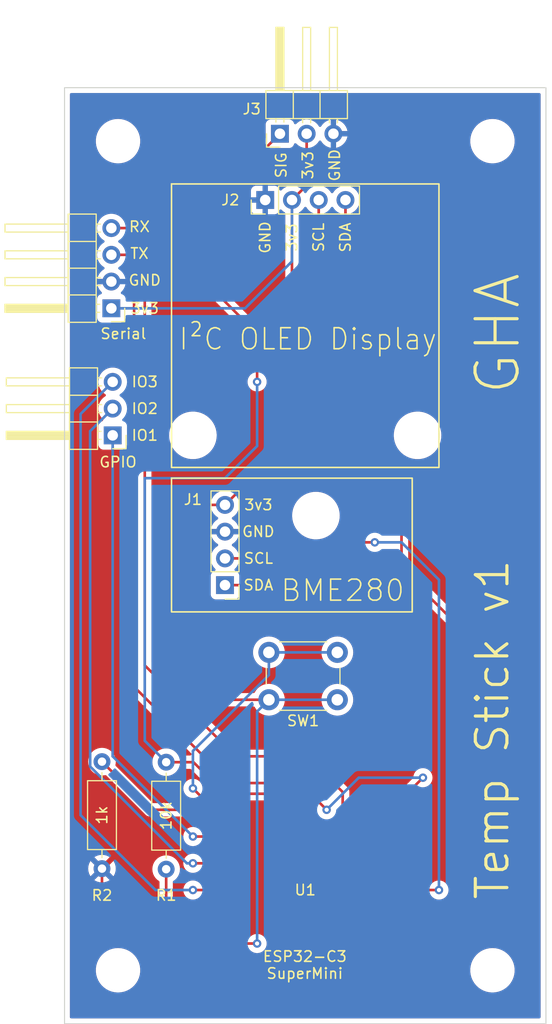
<source format=kicad_pcb>
(kicad_pcb (version 20211014) (generator pcbnew)
  (layers (0 "F.Cu" signal) (31 "B.Cu" signal) (34 "B.Paste" user) (35 "F.Paste" user) (36 "B.SilkS" user "B.Silkscreen") (37 "F.SilkS" user "F.Silkscreen") (38 "B.Mask" user) (39 "F.Mask" user) (44 "Edge.Cuts" user))
  (net 0 "")
  (net 6 "/3v3")
  (net 7 "/SDA")
  (net 8 "/SCL")
  (net 9 "/GND")
  (net 10 "Net-(J3-Pad1)")
  (net 11 "Net-(J4-Pad3)")
  (net 12 "Net-(J4-Pad4)")
  (net 13 "Net-(J5-Pad1)")
  (net 14 "Net-(J5-Pad2)")
  (net 15 "Net-(J5-Pad3)")
  (net 16 "Net-(R2-Pad2)")
  (footprint "Connector_PinHeader_2.54mm:PinHeader_1x04_P2.54mm_Vertical" (layer "F.Cu") (at 94.752 59.436 90)
    (fp_text reference "J2" (at 0 -3.312 180) (layer "F.SilkS"))
    (fp_text value "Conn_DISPLAY")
    (fp_line (start -1.33 1.27) (end 1.33 1.27) (layer "F.SilkS") (width 0.12))
    (fp_line (start -1.33 8.95) (end 1.33 8.95) (layer "F.SilkS") (width 0.12))
    (fp_line (start -1.33 -1.33) (end 0 -1.33) (layer "F.SilkS") (width 0.12))
    (fp_line (start -1.33 1.27) (end -1.33 8.95) (layer "F.SilkS") (width 0.12))
    (fp_line (start 1.33 1.27) (end 1.33 8.95) (layer "F.SilkS") (width 0.12))
    (fp_line (start -1.33 0) (end -1.33 -1.33) (layer "F.SilkS") (width 0.12))
    (pad "1" thru_hole rect (at 0 0 90) (size 1.7 1.7) (drill 1) (layers *.Cu *.Mask) (net 9 "/GND"))
    (pad "2" thru_hole oval (at 0 2.54 90) (size 1.7 1.7) (drill 1) (layers *.Cu *.Mask) (net 6 "/3v3"))
    (pad "3" thru_hole oval (at 0 5.08 90) (size 1.7 1.7) (drill 1) (layers *.Cu *.Mask) (net 8 "/SCL"))
    (pad "4" thru_hole oval (at 0 7.62 90) (size 1.7 1.7) (drill 1) (layers *.Cu *.Mask) (net 7 "/SDA"))
  )
  (footprint "Connector_PinHeader_2.54mm:PinHeader_1x03_P2.54mm_Horizontal" (layer "F.Cu") (at 80.264 81.788 180)
    (fp_text reference "J5" hide)
    (fp_text value "GPIO")
    (fp_line (start 1.11 -0.38) (end 1.44 -0.38) (layer "F.SilkS") (width 0.12))
    (fp_line (start 10.1 2.16) (end 10.1 2.92) (layer "F.SilkS") (width 0.12))
    (fp_line (start 10.1 5.46) (end 4.1 5.46) (layer "F.SilkS") (width 0.12))
    (fp_line (start 1.44 1.27) (end 4.1 1.27) (layer "F.SilkS") (width 0.12))
    (fp_line (start 1.042929 4.7) (end 1.44 4.7) (layer "F.SilkS") (width 0.12))
    (fp_line (start 4.1 0.16) (end 10.1 0.16) (layer "F.SilkS") (width 0.12))
    (fp_line (start 1.44 3.81) (end 4.1 3.81) (layer "F.SilkS") (width 0.12))
    (fp_line (start 1.11 0.38) (end 1.44 0.38) (layer "F.SilkS") (width 0.12))
    (fp_line (start 4.1 4.7) (end 10.1 4.7) (layer "F.SilkS") (width 0.12))
    (fp_line (start 1.44 -1.33) (end 1.44 6.41) (layer "F.SilkS") (width 0.12))
    (fp_line (start 4.1 -0.32) (end 10.1 -0.32) (layer "F.SilkS") (width 0.12))
    (fp_line (start -1.27 -1.27) (end 0 -1.27) (layer "F.SilkS") (width 0.12))
    (fp_line (start 1.042929 2.92) (end 1.44 2.92) (layer "F.SilkS") (width 0.12))
    (fp_line (start 4.1 0.28) (end 10.1 0.28) (layer "F.SilkS") (width 0.12))
    (fp_line (start 10.1 -0.38) (end 10.1 0.38) (layer "F.SilkS") (width 0.12))
    (fp_line (start 10.1 0.38) (end 4.1 0.38) (layer "F.SilkS") (width 0.12))
    (fp_line (start 4.1 2.16) (end 10.1 2.16) (layer "F.SilkS") (width 0.12))
    (fp_line (start 1.44 6.41) (end 4.1 6.41) (layer "F.SilkS") (width 0.12))
    (fp_line (start 4.1 0.04) (end 10.1 0.04) (layer "F.SilkS") (width 0.12))
    (fp_line (start 4.1 -1.33) (end 1.44 -1.33) (layer "F.SilkS") (width 0.12))
    (fp_line (start 1.042929 5.46) (end 1.44 5.46) (layer "F.SilkS") (width 0.12))
    (fp_line (start 4.1 -0.08) (end 10.1 -0.08) (layer "F.SilkS") (width 0.12))
    (fp_line (start 4.1 -0.38) (end 10.1 -0.38) (layer "F.SilkS") (width 0.12))
    (fp_line (start 1.042929 2.16) (end 1.44 2.16) (layer "F.SilkS") (width 0.12))
    (fp_line (start 4.1 -0.2) (end 10.1 -0.2) (layer "F.SilkS") (width 0.12))
    (fp_line (start 10.1 2.92) (end 4.1 2.92) (layer "F.SilkS") (width 0.12))
    (fp_line (start -1.27 0) (end -1.27 -1.27) (layer "F.SilkS") (width 0.12))
    (fp_line (start 10.1 4.7) (end 10.1 5.46) (layer "F.SilkS") (width 0.12))
    (fp_line (start 4.1 6.41) (end 4.1 -1.33) (layer "F.SilkS") (width 0.12))
    (pad "1" thru_hole rect (at 0 0 180) (size 1.7 1.7) (drill 1) (layers *.Cu *.Mask) (net 13 "Net-(J5-Pad1)"))
    (pad "2" thru_hole oval (at 0 2.54 180) (size 1.7 1.7) (drill 1) (layers *.Cu *.Mask) (net 14 "Net-(J5-Pad2)"))
    (pad "3" thru_hole oval (at 0 5.08 180) (size 1.7 1.7) (drill 1) (layers *.Cu *.Mask) (net 15 "Net-(J5-Pad3)"))
  )
  (footprint "Connector_PinHeader_2.54mm:PinHeader_1x04_P2.54mm_Vertical" (layer "F.Cu") (at 90.932 96.012 180)
    (fp_text reference "J1" (at 3.048 8.128) (layer "F.SilkS"))
    (fp_text value "Conn_BME280")
    (fp_line (start -1.33 1.27) (end -1.33 8.95) (layer "F.SilkS") (width 0.12))
    (fp_line (start 1.33 1.27) (end 1.33 8.95) (layer "F.SilkS") (width 0.12))
    (fp_line (start -1.33 0) (end -1.33 -1.33) (layer "F.SilkS") (width 0.12))
    (fp_line (start -1.33 8.95) (end 1.33 8.95) (layer "F.SilkS") (width 0.12))
    (fp_line (start -1.33 -1.33) (end 0 -1.33) (layer "F.SilkS") (width 0.12))
    (fp_line (start -1.33 1.27) (end 1.33 1.27) (layer "F.SilkS") (width 0.12))
    (pad "1" thru_hole rect (at 0 0 180) (size 1.7 1.7) (drill 1) (layers *.Cu *.Mask) (net 7 "/SDA"))
    (pad "2" thru_hole oval (at 0 2.54 180) (size 1.7 1.7) (drill 1) (layers *.Cu *.Mask) (net 8 "/SCL"))
    (pad "3" thru_hole oval (at 0 5.08 180) (size 1.7 1.7) (drill 1) (layers *.Cu *.Mask) (net 9 "/GND"))
    (pad "4" thru_hole oval (at 0 7.62 180) (size 1.7 1.7) (drill 1) (layers *.Cu *.Mask) (net 6 "/3v3"))
  )
  (footprint "MountingHole:MountingHole_3.2mm_M3" (layer "F.Cu") (at 116.332 53.848)
    (fp_text reference "H3" hide)
    (fp_text value "MountingHole")
    (pad "" np_thru_hole circle (at 0 0) (size 3.2 3.2) (drill 3.2) (layers *.Cu *.Mask))
  )
  (footprint "MountingHole:MountingHole_3.2mm_M3" (layer "F.Cu") (at 80.772 132.588)
    (fp_text reference "H2" hide)
    (fp_text value "MountingHole")
    (pad "" np_thru_hole circle (at 0 0) (size 3.2 3.2) (drill 3.2) (layers *.Cu *.Mask))
  )
  (footprint "Connector_PinHeader_2.54mm:PinHeader_1x03_P2.54mm_Horizontal" (layer "F.Cu") (at 96.147 53.143 90)
    (fp_text reference "J3" (at 2.343 -2.675 180) (layer "F.SilkS"))
    (fp_text value "Conn_External_Sensor")
    (fp_line (start 4.1 -0.2) (end 10.1 -0.2) (layer "F.SilkS") (width 0.12))
    (fp_line (start 1.44 -1.33) (end 1.44 6.41) (layer "F.SilkS") (width 0.12))
    (fp_line (start 4.1 4.7) (end 10.1 4.7) (layer "F.SilkS") (width 0.12))
    (fp_line (start -1.27 0) (end -1.27 -1.27) (layer "F.SilkS") (width 0.12))
    (fp_line (start 1.042929 5.46) (end 1.44 5.46) (layer "F.SilkS") (width 0.12))
    (fp_line (start -1.27 -1.27) (end 0 -1.27) (layer "F.SilkS") (width 0.12))
    (fp_line (start 1.44 6.41) (end 4.1 6.41) (layer "F.SilkS") (width 0.12))
    (fp_line (start 4.1 -0.38) (end 10.1 -0.38) (layer "F.SilkS") (width 0.12))
    (fp_line (start 1.042929 4.7) (end 1.44 4.7) (layer "F.SilkS") (width 0.12))
    (fp_line (start 4.1 0.16) (end 10.1 0.16) (layer "F.SilkS") (width 0.12))
    (fp_line (start 1.042929 2.16) (end 1.44 2.16) (layer "F.SilkS") (width 0.12))
    (fp_line (start 1.042929 2.92) (end 1.44 2.92) (layer "F.SilkS") (width 0.12))
    (fp_line (start 4.1 -0.08) (end 10.1 -0.08) (layer "F.SilkS") (width 0.12))
    (fp_line (start 10.1 5.46) (end 4.1 5.46) (layer "F.SilkS") (width 0.12))
    (fp_line (start 10.1 2.16) (end 10.1 2.92) (layer "F.SilkS") (width 0.12))
    (fp_line (start 1.11 -0.38) (end 1.44 -0.38) (layer "F.SilkS") (width 0.12))
    (fp_line (start 10.1 -0.38) (end 10.1 0.38) (layer "F.SilkS") (width 0.12))
    (fp_line (start 10.1 4.7) (end 10.1 5.46) (layer "F.SilkS") (width 0.12))
    (fp_line (start 1.11 0.38) (end 1.44 0.38) (layer "F.SilkS") (width 0.12))
    (fp_line (start 10.1 0.38) (end 4.1 0.38) (layer "F.SilkS") (width 0.12))
    (fp_line (start 4.1 0.28) (end 10.1 0.28) (layer "F.SilkS") (width 0.12))
    (fp_line (start 4.1 -1.33) (end 1.44 -1.33) (layer "F.SilkS") (width 0.12))
    (fp_line (start 4.1 2.16) (end 10.1 2.16) (layer "F.SilkS") (width 0.12))
    (fp_line (start 4.1 0.04) (end 10.1 0.04) (layer "F.SilkS") (width 0.12))
    (fp_line (start 10.1 2.92) (end 4.1 2.92) (layer "F.SilkS") (width 0.12))
    (fp_line (start 1.44 1.27) (end 4.1 1.27) (layer "F.SilkS") (width 0.12))
    (fp_line (start 4.1 6.41) (end 4.1 -1.33) (layer "F.SilkS") (width 0.12))
    (fp_line (start 4.1 -0.32) (end 10.1 -0.32) (layer "F.SilkS") (width 0.12))
    (fp_line (start 1.44 3.81) (end 4.1 3.81) (layer "F.SilkS") (width 0.12))
    (pad "1" thru_hole rect (at 0 0 90) (size 1.7 1.7) (drill 1) (layers *.Cu *.Mask) (net 10 "Net-(J3-Pad1)"))
    (pad "2" thru_hole oval (at 0 2.54 90) (size 1.7 1.7) (drill 1) (layers *.Cu *.Mask) (net 6 "/3v3"))
    (pad "3" thru_hole oval (at 0 5.08 90) (size 1.7 1.7) (drill 1) (layers *.Cu *.Mask) (net 9 "/GND"))
  )
  (footprint "aguilar_lib:ESP32_C3_SuperMini" (layer "F.Cu") (at 98.672 135.128 180)
    (fp_text reference "U1" (at 0.12 10.16 unlocked) (layer "F.SilkS"))
    (fp_text value "ESP32_C3_SuperMini")
    (pad "1" smd roundrect (at -8.255 0 180) (size 3 1.524) (layers "F.Cu" "F.Paste" "F.Mask"))
    (pad "2" smd roundrect (at -8.255 2.54 180) (size 3 1.524) (layers "F.Cu" "F.Paste" "F.Mask"))
    (pad "3" smd roundrect (at -8.255 5.08 180) (size 3 1.524) (layers "F.Cu" "F.Paste" "F.Mask"))
    (pad "4" smd roundrect (at -8.255 7.62 180) (size 3 1.524) (layers "F.Cu" "F.Paste" "F.Mask") (net 7 "/SDA"))
    (pad "5" smd roundrect (at -8.255 10.16 180) (size 3 1.524) (layers "F.Cu" "F.Paste" "F.Mask") (net 8 "/SCL"))
    (pad "6" smd roundrect (at -8.255 12.7 180) (size 3 1.524) (layers "F.Cu" "F.Paste" "F.Mask") (net 10 "Net-(J3-Pad1)"))
    (pad "7" smd roundrect (at -8.255 15.24 180) (size 3 1.524) (layers "F.Cu" "F.Paste" "F.Mask") (net 12 "Net-(J4-Pad4)"))
    (pad "8" smd roundrect (at -8.255 17.78 180) (size 3 1.524) (layers "F.Cu" "F.Paste" "F.Mask") (net 11 "Net-(J4-Pad3)"))
    (pad "9" smd roundrect (at 8.255 17.78 180) (size 3 1.524) (layers "F.Cu" "F.Paste" "F.Mask") (net 16 "Net-(R2-Pad2)"))
    (pad "10" smd roundrect (at 8.255 15.24 180) (size 3 1.524) (layers "F.Cu" "F.Paste" "F.Mask") (net 13 "Net-(J5-Pad1)"))
    (pad "11" smd roundrect (at 8.255 12.7 180) (size 3 1.524) (layers "F.Cu" "F.Paste" "F.Mask") (net 14 "Net-(J5-Pad2)"))
    (pad "12" smd roundrect (at 8.255 10.16 180) (size 3 1.524) (layers "F.Cu" "F.Paste" "F.Mask") (net 15 "Net-(J5-Pad3)"))
    (pad "13" smd roundrect (at 8.255 7.62 180) (size 3 1.524) (layers "F.Cu" "F.Paste" "F.Mask"))
    (pad "14" smd roundrect (at 8.255 5.08 180) (size 3 1.524) (layers "F.Cu" "F.Paste" "F.Mask") (net 6 "/3v3"))
    (pad "15" smd roundrect (at 8.255 2.54 180) (size 3 1.524) (layers "F.Cu" "F.Paste" "F.Mask") (net 9 "/GND"))
    (pad "16" smd roundrect (at 8.255 0 180) (size 3 1.524) (layers "F.Cu" "F.Paste" "F.Mask"))
  )
  (footprint "MountingHole:MountingHole_3.2mm_M3" (layer "F.Cu") (at 80.772 53.848)
    (fp_text reference "H4" hide)
    (fp_text value "MountingHole")
    (pad "" np_thru_hole circle (at 0 0) (size 3.2 3.2) (drill 3.2) (layers *.Cu *.Mask))
  )
  (footprint "Connector_PinHeader_2.54mm:PinHeader_1x04_P2.54mm_Horizontal" (layer "F.Cu") (at 80.137 69.723 180)
    (fp_text reference "J4" hide)
    (fp_text value "Conn_Serial")
    (fp_line (start 1.042929 5.46) (end 1.44 5.46) (layer "F.SilkS") (width 0.12))
    (fp_line (start 1.042929 2.16) (end 1.44 2.16) (layer "F.SilkS") (width 0.12))
    (fp_line (start 4.1 0.04) (end 10.1 0.04) (layer "F.SilkS") (width 0.12))
    (fp_line (start 1.44 8.95) (end 4.1 8.95) (layer "F.SilkS") (width 0.12))
    (fp_line (start 4.1 -0.38) (end 10.1 -0.38) (layer "F.SilkS") (width 0.12))
    (fp_line (start 10.1 7.24) (end 10.1 8) (layer "F.SilkS") (width 0.12))
    (fp_line (start 4.1 7.24) (end 10.1 7.24) (layer "F.SilkS") (width 0.12))
    (fp_line (start 1.44 6.35) (end 4.1 6.35) (layer "F.SilkS") (width 0.12))
    (fp_line (start 4.1 4.7) (end 10.1 4.7) (layer "F.SilkS") (width 0.12))
    (fp_line (start 1.44 3.81) (end 4.1 3.81) (layer "F.SilkS") (width 0.12))
    (fp_line (start 1.11 -0.38) (end 1.44 -0.38) (layer "F.SilkS") (width 0.12))
    (fp_line (start 10.1 2.92) (end 4.1 2.92) (layer "F.SilkS") (width 0.12))
    (fp_line (start 1.042929 7.24) (end 1.44 7.24) (layer "F.SilkS") (width 0.12))
    (fp_line (start 1.44 1.27) (end 4.1 1.27) (layer "F.SilkS") (width 0.12))
    (fp_line (start 4.1 0.28) (end 10.1 0.28) (layer "F.SilkS") (width 0.12))
    (fp_line (start 4.1 0.16) (end 10.1 0.16) (layer "F.SilkS") (width 0.12))
    (fp_line (start 10.1 5.46) (end 4.1 5.46) (layer "F.SilkS") (width 0.12))
    (fp_line (start 4.1 8.95) (end 4.1 -1.33) (layer "F.SilkS") (width 0.12))
    (fp_line (start 10.1 -0.38) (end 10.1 0.38) (layer "F.SilkS") (width 0.12))
    (fp_line (start 4.1 2.16) (end 10.1 2.16) (layer "F.SilkS") (width 0.12))
    (fp_line (start 4.1 -0.08) (end 10.1 -0.08) (layer "F.SilkS") (width 0.12))
    (fp_line (start 1.042929 8) (end 1.44 8) (layer "F.SilkS") (width 0.12))
    (fp_line (start 1.44 -1.33) (end 1.44 8.95) (layer "F.SilkS") (width 0.12))
    (fp_line (start 1.042929 2.92) (end 1.44 2.92) (layer "F.SilkS") (width 0.12))
    (fp_line (start -1.27 0) (end -1.27 -1.27) (layer "F.SilkS") (width 0.12))
    (fp_line (start 10.1 4.7) (end 10.1 5.46) (layer "F.SilkS") (width 0.12))
    (fp_line (start 4.1 -1.33) (end 1.44 -1.33) (layer "F.SilkS") (width 0.12))
    (fp_line (start 10.1 8) (end 4.1 8) (layer "F.SilkS") (width 0.12))
    (fp_line (start 4.1 -0.32) (end 10.1 -0.32) (layer "F.SilkS") (width 0.12))
    (fp_line (start 4.1 -0.2) (end 10.1 -0.2) (layer "F.SilkS") (width 0.12))
    (fp_line (start 1.11 0.38) (end 1.44 0.38) (layer "F.SilkS") (width 0.12))
    (fp_line (start 10.1 0.38) (end 4.1 0.38) (layer "F.SilkS") (width 0.12))
    (fp_line (start 10.1 2.16) (end 10.1 2.92) (layer "F.SilkS") (width 0.12))
    (fp_line (start -1.27 -1.27) (end 0 -1.27) (layer "F.SilkS") (width 0.12))
    (fp_line (start 1.042929 4.7) (end 1.44 4.7) (layer "F.SilkS") (width 0.12))
    (pad "1" thru_hole rect (at 0 0 180) (size 1.7 1.7) (drill 1) (layers *.Cu *.Mask) (net 6 "/3v3"))
    (pad "2" thru_hole oval (at 0 2.54 180) (size 1.7 1.7) (drill 1) (layers *.Cu *.Mask) (net 9 "/GND"))
    (pad "3" thru_hole oval (at 0 5.08 180) (size 1.7 1.7) (drill 1) (layers *.Cu *.Mask) (net 11 "Net-(J4-Pad3)"))
    (pad "4" thru_hole oval (at 0 7.62 180) (size 1.7 1.7) (drill 1) (layers *.Cu *.Mask) (net 12 "Net-(J4-Pad4)"))
  )
  (footprint "Button_Switch_THT:SW_PUSH_6mm" (layer "F.Cu") (at 101.6 106.898 180)
    (fp_text reference "SW1" (at 3.25 -2) (layer "F.SilkS"))
    (fp_text value "SW_Push")
    (fp_line (start 5.5 -1) (end 1 -1) (layer "F.SilkS") (width 0.12))
    (fp_line (start -0.25 1.5) (end -0.25 3) (layer "F.SilkS") (width 0.12))
    (fp_line (start 1 5.5) (end 5.5 5.5) (layer "F.SilkS") (width 0.12))
    (fp_line (start 6.75 3) (end 6.75 1.5) (layer "F.SilkS") (width 0.12))
    (pad "1" thru_hole circle (at 0 0 270) (size 2 2) (drill 1.1) (layers *.Cu *.Mask) (net 6 "/3v3"))
    (pad "1" thru_hole circle (at 6.5 0 270) (size 2 2) (drill 1.1) (layers *.Cu *.Mask) (net 6 "/3v3"))
    (pad "2" thru_hole circle (at 0 4.5 270) (size 2 2) (drill 1.1) (layers *.Cu *.Mask) (net 16 "Net-(R2-Pad2)"))
    (pad "2" thru_hole circle (at 6.5 4.5 270) (size 2 2) (drill 1.1) (layers *.Cu *.Mask) (net 16 "Net-(R2-Pad2)"))
  )
  (footprint "MountingHole:MountingHole_3.5mm" (layer "F.Cu") (at 109.22 81.788)
    (fp_text reference "H6" hide)
    (fp_text value "MountingHole")
    (pad "" np_thru_hole circle (at 0 0) (size 3.5 3.5) (drill 3.5) (layers *.Cu *.Mask))
  )
  (footprint "Resistor_THT:R_Axial_DIN0207_L6.3mm_D2.5mm_P10.16mm_Horizontal" (layer "F.Cu") (at 79.248 122.936 90)
    (fp_text reference "R2" (at -2.54 0 180) (layer "F.SilkS"))
    (fp_text value "1k")
    (fp_line (start 1.04 0) (end 1.81 0) (layer "F.SilkS") (width 0.12))
    (fp_line (start 1.81 -1.37) (end 1.81 1.37) (layer "F.SilkS") (width 0.12))
    (fp_line (start 8.35 -1.37) (end 1.81 -1.37) (layer "F.SilkS") (width 0.12))
    (fp_line (start 8.35 1.37) (end 8.35 -1.37) (layer "F.SilkS") (width 0.12))
    (fp_line (start 9.12 0) (end 8.35 0) (layer "F.SilkS") (width 0.12))
    (fp_line (start 1.81 1.37) (end 8.35 1.37) (layer "F.SilkS") (width 0.12))
    (pad "1" thru_hole circle (at 0 0 90) (size 1.6 1.6) (drill 0.8) (layers *.Cu *.Mask) (net 9 "/GND"))
    (pad "2" thru_hole oval (at 10.16 0 90) (size 1.6 1.6) (drill 0.8) (layers *.Cu *.Mask) (net 16 "Net-(R2-Pad2)"))
  )
  (footprint "MountingHole:MountingHole_3.2mm_M3" (layer "F.Cu") (at 116.332 132.588)
    (fp_text reference "H1" hide)
    (fp_text value "MountingHole")
    (pad "" np_thru_hole circle (at 0 0) (size 3.2 3.2) (drill 3.2) (layers *.Cu *.Mask))
  )
  (footprint "MountingHole:MountingHole_3.5mm" (layer "F.Cu") (at 87.884 81.788)
    (fp_text reference "H7" hide)
    (fp_text value "MountingHole")
    (pad "" np_thru_hole circle (at 0 0) (size 3.5 3.5) (drill 3.5) (layers *.Cu *.Mask))
  )
  (footprint "Resistor_THT:R_Axial_DIN0207_L6.3mm_D2.5mm_P10.16mm_Horizontal" (layer "F.Cu") (at 85.344 122.987 90)
    (fp_text reference "R1" (at -2.489 0 180) (layer "F.SilkS"))
    (fp_text value "10k")
    (fp_line (start 8.35 1.37) (end 8.35 -1.37) (layer "F.SilkS") (width 0.12))
    (fp_line (start 1.81 1.37) (end 8.35 1.37) (layer "F.SilkS") (width 0.12))
    (fp_line (start 8.35 -1.37) (end 1.81 -1.37) (layer "F.SilkS") (width 0.12))
    (fp_line (start 1.04 0) (end 1.81 0) (layer "F.SilkS") (width 0.12))
    (fp_line (start 1.81 -1.37) (end 1.81 1.37) (layer "F.SilkS") (width 0.12))
    (fp_line (start 9.12 0) (end 8.35 0) (layer "F.SilkS") (width 0.12))
    (pad "1" thru_hole circle (at 0 0 90) (size 1.6 1.6) (drill 0.8) (layers *.Cu *.Mask) (net 6 "/3v3"))
    (pad "2" thru_hole oval (at 10.16 0 90) (size 1.6 1.6) (drill 0.8) (layers *.Cu *.Mask) (net 10 "Net-(J3-Pad1)"))
  )
  (footprint "MountingHole:MountingHole_3.5mm" (layer "F.Cu") (at 99.568 89.408)
    (fp_text reference "H5" hide)
    (fp_text value "MountingHole")
    (pad "" np_thru_hole circle (at 0 0) (size 3.5 3.5) (drill 3.5) (layers *.Cu *.Mask))
  )
  (gr_rect (start 111.252 57.912) (end 85.852 84.836) (layer "F.SilkS") (width 0.15) (fill none))
  (gr_rect (start 85.852 85.852) (end 108.712 98.552) (layer "F.SilkS") (width 0.15) (fill none))
  (gr_rect (start 75.692 48.768) (end 121.412 137.668) (layer "Edge.Cuts") (width 0.1) (fill none))
  (gr_text "SCL" (at 99.822 62.992 90) (layer "F.SilkS") (effects (font (size 1 1))))
  (gr_text "GHA" (at 116.84 72.136 90) (layer "F.SilkS") (effects (font (size 4 4) (thickness 0.3))))
  (gr_text "3v3" (at 97.282 62.992 90) (layer "F.SilkS") (effects (font (size 1 1))))
  (gr_text "IO2" (at 83.312 79.248) (layer "F.SilkS") (effects (font (size 1 1))))
  (gr_text "1k" (at 79.248 117.856 90) (layer "F.SilkS") (effects (font (size 1 1))))
  (gr_text "Temp Stick v1" (at 116.332 109.728 90) (layer "F.SilkS") (effects (font (size 3 3) (thickness 0.3))))
  (gr_text "ESP32-C3\nSuperMini" (at 98.512 132.088) (layer "F.SilkS") (effects (font (size 1 1))))
  (gr_text "SDA" (at 102.362 62.992 90) (layer "F.SilkS") (effects (font (size 1 1))))
  (gr_text "SDA" (at 94.107 96.012) (layer "F.SilkS") (effects (font (size 1 1))))
  (gr_text "GND" (at 94.09671 90.932) (layer "F.SilkS") (effects (font (size 1 1))))
  (gr_text "3v3" (at 98.806 56.134 90) (layer "F.SilkS") (effects (font (size 1 1))))
  (gr_text "GPIO" (at 80.772 84.328) (layer "F.SilkS") (effects (font (size 1 1))))
  (gr_text "SIG" (at 96.266 56.134 90) (layer "F.SilkS") (effects (font (size 1 1))))
  (gr_text "TX" (at 82.804 64.516) (layer "F.SilkS") (effects (font (size 1 1))))
  (gr_text "IO1" (at 83.312 81.788) (layer "F.SilkS") (effects (font (size 1 1))))
  (gr_text "3v3" (at 94.107 88.392) (layer "F.SilkS") (effects (font (size 1 1))))
  (gr_text "RX" (at 82.804 61.976) (layer "F.SilkS") (effects (font (size 1 1))))
  (gr_text "3v3" (at 83.312 69.723) (layer "F.SilkS") (effects (font (size 1 1))))
  (gr_text "BME280" (at 102.108 96.52) (layer "F.SilkS") (effects (font (size 2 2))))
  (gr_text "GND" (at 94.742 62.992 90) (layer "F.SilkS") (effects (font (size 1 1))))
  (gr_text "IO3" (at 83.312 76.708) (layer "F.SilkS") (effects (font (size 1 1))))
  (gr_text "GND" (at 101.346 56.134 90) (layer "F.SilkS") (effects (font (size 1 1))))
  (gr_text "GND" (at 83.312 67.056) (layer "F.SilkS") (effects (font (size 1 1))))
  (gr_text "SCL" (at 94.107 93.472) (layer "F.SilkS") (effects (font (size 1 1))))
  (gr_text "I²C OLED Display" (at 98.806 72.644) (layer "F.SilkS") (effects (font (size 2 1.9))))
  (gr_text "10k" (at 85.344 117.907 90) (layer "F.SilkS") (effects (font (size 1 1))))
  (gr_text "Serial\n" (at 81.28 72.136) (layer "F.SilkS") (effects (font (size 1 1))))
  (segment (start 98.687 53.143) (end 98.687 58.041) (width 0.25) (layer "F.Cu") (net 6))
  (segment (start 90.642 106.898) (end 95.1 106.898) (width 0.25) (layer "F.Cu") (net 6))
  (segment (start 98.687 58.041) (end 97.292 59.436) (width 0.25) (layer "F.Cu") (net 6))
  (segment (start 90.932 88.392) (end 88.392 88.392) (width 0.25) (layer "F.Cu") (net 6))
  (segment (start 88.9 130.048) (end 91.052 130.048) (width 0.25) (layer "F.Cu") (net 6))
  (segment (start 85.344 126.492) (end 88.9 130.048) (width 0.25) (layer "F.Cu") (net 6))
  (segment (start 93.98 130.048) (end 91.052 130.048) (width 0.25) (layer "F.Cu") (net 6))
  (segment (start 90.932 88.392) (end 97.292 82.032) (width 0.25) (layer "F.Cu") (net 6))
  (segment (start 85.344 122.987) (end 85.344 126.492) (width 0.25) (layer "F.Cu") (net 6))
  (segment (start 97.292 82.032) (end 97.292 59.436) (width 0.25) (layer "F.Cu") (net 6))
  (segment (start 88.392 88.392) (end 88.392 104.648) (width 0.25) (layer "F.Cu") (net 6))
  (segment (start 88.392 104.648) (end 90.642 106.898) (width 0.25) (layer "F.Cu") (net 6))
  (via (at 93.98 130.048) (size 0.8) (drill 0.4) (layers "F.Cu" "B.Cu") (net 6))
  (segment (start 97.292 65.268) (end 97.292 59.436) (width 0.25) (layer "B.Cu") (net 6))
  (segment (start 92.837 69.723) (end 97.292 65.268) (width 0.25) (layer "B.Cu") (net 6))
  (segment (start 93.98 108.018) (end 93.98 130.048) (width 0.25) (layer "B.Cu") (net 6))
  (segment (start 101.6 106.898) (end 95.1 106.898) (width 0.25) (layer "B.Cu") (net 6))
  (segment (start 80.137 69.723) (end 92.837 69.723) (width 0.25) (layer "B.Cu") (net 6))
  (segment (start 95.1 106.898) (end 93.98 108.018) (width 0.25) (layer "B.Cu") (net 6))
  (segment (start 113.284 126.492) (end 112.268 127.508) (width 0.25) (layer "F.Cu") (net 7))
  (segment (start 105.156 84.328) (end 107.696 86.868) (width 0.25) (layer "F.Cu") (net 7))
  (segment (start 106.172 96.012) (end 107.696 94.488) (width 0.25) (layer "F.Cu") (net 7))
  (segment (start 102.372 81.544) (end 105.156 84.328) (width 0.25) (layer "F.Cu") (net 7))
  (segment (start 107.696 94.488) (end 113.284 100.076) (width 0.25) (layer "F.Cu") (net 7))
  (segment (start 112.268 127.508) (end 106.292 127.508) (width 0.25) (layer "F.Cu") (net 7))
  (segment (start 102.372 59.436) (end 102.372 81.544) (width 0.25) (layer "F.Cu") (net 7))
  (segment (start 107.696 86.868) (end 107.696 94.488) (width 0.25) (layer "F.Cu") (net 7))
  (segment (start 113.284 100.076) (end 113.284 126.492) (width 0.25) (layer "F.Cu") (net 7))
  (segment (start 90.932 96.012) (end 106.172 96.012) (width 0.25) (layer "F.Cu") (net 7))
  (segment (start 104.14 91.948) (end 105.156 91.948) (width 0.25) (layer "F.Cu") (net 8))
  (segment (start 102.616 93.472) (end 90.932 93.472) (width 0.25) (layer "F.Cu") (net 8))
  (segment (start 99.832 81.036) (end 104.14 85.344) (width 0.25) (layer "F.Cu") (net 8))
  (segment (start 104.14 85.344) (end 104.14 91.948) (width 0.25) (layer "F.Cu") (net 8))
  (segment (start 99.832 59.436) (end 99.832 81.036) (width 0.25) (layer "F.Cu") (net 8))
  (segment (start 104.14 91.948) (end 102.616 93.472) (width 0.25) (layer "F.Cu") (net 8))
  (segment (start 111.252 124.968) (end 106.292 124.968) (width 0.25) (layer "F.Cu") (net 8))
  (via (at 105.156 91.948) (size 0.8) (drill 0.4) (layers "F.Cu" "B.Cu") (net 8))
  (via (at 111.252 124.968) (size 0.8) (drill 0.4) (layers "F.Cu" "B.Cu") (net 8))
  (segment (start 107.696 91.948) (end 111.252 95.504) (width 0.25) (layer "B.Cu") (net 8))
  (segment (start 107.696 91.948) (end 105.156 91.948) (width 0.25) (layer "B.Cu") (net 8))
  (segment (start 111.252 95.504) (end 111.252 124.968) (width 0.25) (layer "B.Cu") (net 8))
  (segment (start 79.248 124.46) (end 87.376 132.588) (width 0.25) (layer "F.Cu") (net 9))
  (segment (start 79.248 122.936) (end 79.248 124.46) (width 0.25) (layer "F.Cu") (net 9))
  (segment (start 87.376 132.588) (end 91.052 132.588) (width 0.25) (layer "F.Cu") (net 9))
  (segment (start 94.934 59.436) (end 94.752 59.436) (width 0.25) (layer "B.Cu") (net 9))
  (segment (start 93.98 72.136) (end 89.916 68.072) (width 0.25) (layer "F.Cu") (net 10))
  (segment (start 89.916 59.374) (end 96.147 53.143) (width 0.25) (layer "F.Cu") (net 10))
  (segment (start 101.6 122.428) (end 106.292 122.428) (width 0.25) (layer "F.Cu") (net 10))
  (segment (start 87.935 112.827) (end 90.932 115.824) (width 0.25) (layer "F.Cu") (net 10))
  (segment (start 96.52 115.824) (end 101.6 120.904) (width 0.25) (layer "F.Cu") (net 10))
  (segment (start 85.344 112.827) (end 87.935 112.827) (width 0.25) (layer "F.Cu") (net 10))
  (segment (start 93.98 76.708) (end 93.98 72.136) (width 0.25) (layer "F.Cu") (net 10))
  (segment (start 89.916 68.072) (end 89.916 59.374) (width 0.25) (layer "F.Cu") (net 10))
  (segment (start 101.6 120.904) (end 101.6 122.428) (width 0.25) (layer "F.Cu") (net 10))
  (segment (start 90.932 115.824) (end 96.52 115.824) (width 0.25) (layer "F.Cu") (net 10))
  (via (at 93.98 76.708) (size 0.8) (drill 0.4) (layers "F.Cu" "B.Cu") (net 10))
  (segment (start 83.312 110.795) (end 85.344 112.827) (width 0.25) (layer "B.Cu") (net 10))
  (segment (start 90.932 85.852) (end 83.312 85.852) (width 0.25) (layer "B.Cu") (net 10))
  (segment (start 93.98 76.708) (end 93.98 82.804) (width 0.25) (layer "B.Cu") (net 10))
  (segment (start 83.312 85.852) (end 83.312 110.795) (width 0.25) (layer "B.Cu") (net 10))
  (segment (start 93.98 82.804) (end 90.932 85.852) (width 0.25) (layer "B.Cu") (net 10))
  (segment (start 81.915 64.643) (end 82.296 65.024) (width 0.25) (layer "F.Cu") (net 11))
  (segment (start 82.296 105.664) (end 91.44 114.808) (width 0.25) (layer "F.Cu") (net 11))
  (segment (start 91.44 114.808) (end 98.044 114.808) (width 0.25) (layer "F.Cu") (net 11))
  (segment (start 106.68 117.348) (end 109.728 114.3) (width 0.25) (layer "F.Cu") (net 11))
  (segment (start 80.137 64.643) (end 81.915 64.643) (width 0.25) (layer "F.Cu") (net 11))
  (segment (start 82.296 65.024) (end 82.296 105.664) (width 0.25) (layer "F.Cu") (net 11))
  (segment (start 98.044 114.808) (end 100.584 117.348) (width 0.25) (layer "F.Cu") (net 11))
  (via (at 100.584 117.348) (size 0.8) (drill 0.4) (layers "F.Cu" "B.Cu") (net 11))
  (via (at 109.728 114.3) (size 0.8) (drill 0.4) (layers "F.Cu" "B.Cu") (net 11))
  (segment (start 100.584 117.348) (end 103.632 114.3) (width 0.25) (layer "B.Cu") (net 11))
  (segment (start 103.632 114.3) (end 109.728 114.3) (width 0.25) (layer "B.Cu") (net 11))
  (segment (start 83.312 103.632) (end 91.948 112.268) (width 0.25) (layer "F.Cu") (net 12))
  (segment (start 98.713565 112.268) (end 102.108 115.662435) (width 0.25) (layer "F.Cu") (net 12))
  (segment (start 102.616 119.888) (end 106.292 119.888) (width 0.25) (layer "F.Cu") (net 12))
  (segment (start 83.312 62.103) (end 83.312 103.632) (width 0.25) (layer "F.Cu") (net 12))
  (segment (start 102.108 119.38) (end 102.616 119.888) (width 0.25) (layer "F.Cu") (net 12))
  (segment (start 102.108 115.662435) (end 102.108 119.38) (width 0.25) (layer "F.Cu") (net 12))
  (segment (start 80.137 62.103) (end 83.312 62.103) (width 0.25) (layer "F.Cu") (net 12))
  (segment (start 91.948 112.268) (end 98.713565 112.268) (width 0.25) (layer "F.Cu") (net 12))
  (segment (start 87.884 119.888) (end 91.052 119.888) (width 0.25) (layer "F.Cu") (net 13))
  (via (at 87.884 119.888) (size 0.8) (drill 0.4) (layers "F.Cu" "B.Cu") (net 13))
  (segment (start 80.264 112.268) (end 87.884 119.888) (width 0.25) (layer "B.Cu") (net 13))
  (segment (start 80.264 81.788) (end 80.264 112.268) (width 0.25) (layer "B.Cu") (net 13))
  (segment (start 87.884 122.428) (end 91.052 122.428) (width 0.25) (layer "F.Cu") (net 14))
  (via (at 87.884 122.428) (size 0.8) (drill 0.4) (layers "F.Cu" "B.Cu") (net 14))
  (segment (start 78.123 81.389) (end 78.123 113.241991) (width 0.25) (layer "B.Cu") (net 14))
  (segment (start 80.264 79.248) (end 78.123 81.389) (width 0.25) (layer "B.Cu") (net 14))
  (segment (start 87.309009 122.428) (end 87.884 122.428) (width 0.25) (layer "B.Cu") (net 14))
  (segment (start 78.123 113.241991) (end 87.309009 122.428) (width 0.25) (layer "B.Cu") (net 14))
  (segment (start 87.884 124.968) (end 91.052 124.968) (width 0.25) (layer "F.Cu") (net 15))
  (via (at 87.884 124.968) (size 0.8) (drill 0.4) (layers "F.Cu" "B.Cu") (net 15))
  (segment (start 77.216 79.756) (end 77.216 117.856) (width 0.25) (layer "B.Cu") (net 15))
  (segment (start 80.264 76.708) (end 77.216 79.756) (width 0.25) (layer "B.Cu") (net 15))
  (segment (start 84.328 124.968) (end 87.884 124.968) (width 0.25) (layer "B.Cu") (net 15))
  (segment (start 77.216 117.856) (end 84.328 124.968) (width 0.25) (layer "B.Cu") (net 15))
  (segment (start 89.916 117.348) (end 91.052 117.348) (width 0.25) (layer "F.Cu") (net 16))
  (segment (start 83.82 117.348) (end 91.052 117.348) (width 0.25) (layer "F.Cu") (net 16))
  (segment (start 87.884 115.316) (end 89.916 117.348) (width 0.25) (layer "F.Cu") (net 16))
  (segment (start 79.248 112.776) (end 83.82 117.348) (width 0.25) (layer "F.Cu") (net 16))
  (via (at 87.884 115.316) (size 0.8) (drill 0.4) (layers "F.Cu" "B.Cu") (net 16))
  (segment (start 87.884 111.76) (end 87.884 115.316) (width 0.25) (layer "B.Cu") (net 16))
  (segment (start 101.6 102.398) (end 95.1 102.398) (width 0.25) (layer "B.Cu") (net 16))
  (segment (start 89.916 109.728) (end 87.884 111.76) (width 0.25) (layer "B.Cu") (net 16))
  (segment (start 95.1 102.398) (end 95.1 104.544) (width 0.25) (layer "B.Cu") (net 16))
  (segment (start 95.1 104.544) (end 89.916 109.728) (width 0.25) (layer "B.Cu") (net 16))
  (zone (net 9) (net_name "/GND") (layer "F.Cu") (connect_pads (clearance 0.508)) (min_thickness 0.254) (fill yes (thermal_gap 0.508) (thermal_bridge_width 0.508))
    (polygon (pts (xy 120.904 137.16) (xy 76.2 137.16) (xy 76.2 49.276) (xy 120.904 49.276)))
  )
  (zone (net 9) (net_name "/GND") (layer "B.Cu") (connect_pads (clearance 0.508)) (min_thickness 0.254) (fill yes (thermal_gap 0.508) (thermal_bridge_width 0.508))
    (polygon (pts (xy 120.904 137.16) (xy 76.2 137.16) (xy 76.2 49.276) (xy 120.904 49.276)))
  )
)
</source>
